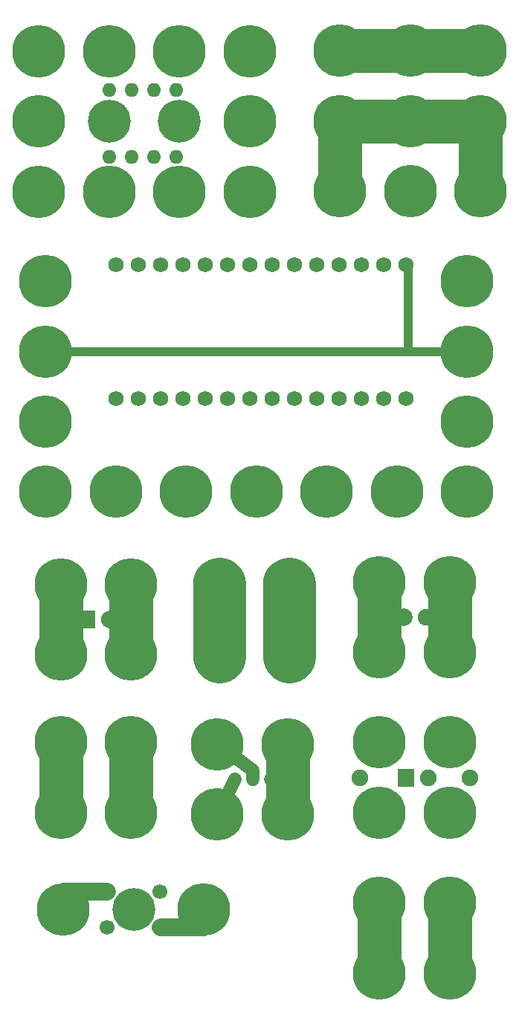
<source format=gbl>
%TF.GenerationSoftware,KiCad,Pcbnew,4.0.4+e1-6308~48~ubuntu14.04.1-stable*%
%TF.CreationDate,2016-11-21T12:12:41-08:00*%
%TF.ProjectId,Sample-Set,53616D706C652D5365742E6B69636164,rev?*%
%TF.FileFunction,Copper,L2,Bot,Signal*%
%FSLAX46Y46*%
G04 Gerber Fmt 4.6, Leading zero omitted, Abs format (unit mm)*
G04 Created by KiCad (PCBNEW 4.0.4+e1-6308~48~ubuntu14.04.1-stable) date Mon Nov 21 12:12:41 2016*
%MOMM*%
%LPD*%
G01*
G04 APERTURE LIST*
%ADD10C,0.350000*%
%ADD11C,5.000000*%
%ADD12C,2.000000*%
%ADD13C,1.000000*%
%ADD14C,6.000000*%
%ADD15C,1.500000*%
%ADD16C,2.000000*%
%ADD17C,1.900000*%
%ADD18C,6.000000*%
%ADD19R,1.900000X2.000000*%
%ADD20C,1.727200*%
%ADD21O,1.600000X1.600000*%
%ADD22C,4.880000*%
%ADD23C,1.250000*%
%ADD24C,1.700000*%
%ADD25C,0.350000*%
G04 APERTURE END LIST*
D10*
D11*
X68572000Y-146124000D02*
X68572000Y-154124000D01*
X76572000Y-146124000D02*
X76572000Y-154124000D01*
D12*
X71372000Y-132116000D02*
X70272000Y-132116000D01*
D11*
X68572000Y-128116000D02*
X68572000Y-136116000D01*
X76572000Y-128116000D02*
X76572000Y-136116000D01*
D12*
X75222000Y-132116000D02*
X74122000Y-132116000D01*
D11*
X104842000Y-127862000D02*
X104842000Y-135862000D01*
X112842000Y-127862000D02*
X112842000Y-135862000D01*
D13*
X108076000Y-91841000D02*
X108076000Y-101591000D01*
X67076000Y-101591000D02*
X114826000Y-101591000D01*
D14*
X86580000Y-136316000D02*
X86580000Y-128016000D01*
X94580000Y-136316000D02*
X94580000Y-128016000D01*
D11*
X94386000Y-154288000D02*
X94386000Y-146288000D01*
D15*
X90386000Y-150288000D02*
X90386000Y-149288000D01*
X90386000Y-149288000D02*
X86386000Y-146288000D01*
X88386000Y-150288000D02*
X86386000Y-154288000D01*
D12*
X73782600Y-163125800D02*
X68832600Y-163125800D01*
X84832600Y-167125800D02*
X79882600Y-167125800D01*
D11*
X100346000Y-75362000D02*
X116346000Y-75362000D01*
X100346000Y-83362000D02*
X100346000Y-75362000D01*
X116346000Y-83362000D02*
X116346000Y-75362000D01*
X116346000Y-67362000D02*
X100346000Y-67362000D01*
X104842000Y-172394000D02*
X104842000Y-164394000D01*
X112842000Y-172394000D02*
X112842000Y-164394000D01*
D16*
X70072000Y-150124000D03*
D17*
X75072000Y-150124000D03*
D18*
X76572000Y-154124000D03*
X68572000Y-154124000D03*
X68572000Y-146124000D03*
X76572000Y-146124000D03*
D19*
X71572000Y-132116000D03*
D17*
X74112000Y-132116000D03*
D18*
X76572000Y-136116000D03*
X68572000Y-136116000D03*
X68572000Y-128116000D03*
X76572000Y-128116000D03*
D16*
X107572000Y-131862000D03*
D17*
X110112000Y-131862000D03*
D18*
X112842000Y-135862000D03*
X104842000Y-135862000D03*
X104842000Y-127862000D03*
X112842000Y-127862000D03*
D20*
X107887000Y-91731000D03*
X105347000Y-91731000D03*
X102807000Y-91731000D03*
X100267000Y-91731000D03*
X97727000Y-91731000D03*
X95187000Y-91731000D03*
X92647000Y-91731000D03*
X90107000Y-91731000D03*
X87567000Y-91731000D03*
X85027000Y-91731000D03*
X82487000Y-91731000D03*
X79947000Y-91731000D03*
X77407000Y-91731000D03*
X74867000Y-91731000D03*
X74867000Y-106971000D03*
X82487000Y-106971000D03*
X102807000Y-106971000D03*
X87567000Y-106971000D03*
X85027000Y-106971000D03*
X105347000Y-106971000D03*
X97727000Y-106971000D03*
X107887000Y-106971000D03*
X95187000Y-106971000D03*
X92647000Y-106971000D03*
X90107000Y-106971000D03*
X100267000Y-106971000D03*
X77407000Y-106971000D03*
X79947000Y-106971000D03*
D18*
X74826000Y-117591000D03*
X82826000Y-117590000D03*
X98826000Y-117590000D03*
X66826000Y-117590000D03*
X106826000Y-117590000D03*
X90826000Y-117590000D03*
X66826000Y-109591000D03*
X66826000Y-101591000D03*
X66826000Y-93591000D03*
X114826000Y-117590000D03*
X114826000Y-109591000D03*
X114826000Y-101591000D03*
X114826000Y-93591000D03*
D21*
X74038000Y-79416000D03*
X76578000Y-79416000D03*
X79118000Y-79416000D03*
X81658000Y-79416000D03*
X81658000Y-71796000D03*
X79118000Y-71796000D03*
X76578000Y-71796000D03*
X74038000Y-71796000D03*
D18*
X90038000Y-83416000D03*
D22*
X74038000Y-75416000D03*
D18*
X74038000Y-83416000D03*
X82038000Y-83416000D03*
D22*
X82038000Y-75416000D03*
D18*
X90038000Y-75416000D03*
X66038000Y-83416000D03*
X74038000Y-67416000D03*
X90038000Y-67416000D03*
X82038000Y-67416000D03*
X66038000Y-67416000D03*
X66038000Y-75416000D03*
D16*
X88040000Y-132116000D03*
D17*
X93120000Y-132116000D03*
D18*
X94580000Y-136116000D03*
X86580000Y-136116000D03*
X86580000Y-128116000D03*
X94580000Y-128116000D03*
X86366000Y-146318000D03*
D23*
X90311000Y-150338000D03*
X88311000Y-150338000D03*
X92311000Y-150338000D03*
D18*
X94366000Y-146318000D03*
X86366000Y-154318000D03*
X94366000Y-154318000D03*
D24*
X79826000Y-167140000D03*
X73826000Y-167140000D03*
X79826000Y-163140000D03*
X73826000Y-163140000D03*
D22*
X76832600Y-165125800D03*
D18*
X68832600Y-165125800D03*
X84832600Y-165125800D03*
X108346000Y-75362000D03*
X108346000Y-83362000D03*
X108346000Y-67362000D03*
X100346000Y-83362000D03*
X100346000Y-75362000D03*
X100346000Y-67362000D03*
X116346000Y-83362000D03*
X116346000Y-75362000D03*
X116346000Y-67362000D03*
X112842000Y-164394000D03*
X104842000Y-164394000D03*
X104842000Y-172394000D03*
X112842000Y-172394000D03*
D19*
X107850000Y-150124000D03*
D17*
X110390000Y-150124000D03*
D18*
X112850000Y-154124000D03*
X104850000Y-154124000D03*
X104850000Y-146124000D03*
X112850000Y-146124000D03*
D17*
X115100000Y-150124000D03*
X102600000Y-150124000D03*
D25*
X70072000Y-150124000D03*
X75072000Y-150124000D03*
X76572000Y-154124000D03*
X68572000Y-154124000D03*
X68572000Y-146124000D03*
X76572000Y-146124000D03*
X71572000Y-132116000D03*
X74112000Y-132116000D03*
X76572000Y-136116000D03*
X68572000Y-136116000D03*
X68572000Y-128116000D03*
X76572000Y-128116000D03*
X107572000Y-131862000D03*
X110112000Y-131862000D03*
X112842000Y-135862000D03*
X104842000Y-135862000D03*
X104842000Y-127862000D03*
X112842000Y-127862000D03*
X107887000Y-91731000D03*
X105347000Y-91731000D03*
X102807000Y-91731000D03*
X100267000Y-91731000D03*
X97727000Y-91731000D03*
X95187000Y-91731000D03*
X92647000Y-91731000D03*
X90107000Y-91731000D03*
X87567000Y-91731000D03*
X85027000Y-91731000D03*
X82487000Y-91731000D03*
X79947000Y-91731000D03*
X77407000Y-91731000D03*
X74867000Y-91731000D03*
X74867000Y-106971000D03*
X82487000Y-106971000D03*
X102807000Y-106971000D03*
X87567000Y-106971000D03*
X85027000Y-106971000D03*
X105347000Y-106971000D03*
X97727000Y-106971000D03*
X107887000Y-106971000D03*
X95187000Y-106971000D03*
X92647000Y-106971000D03*
X90107000Y-106971000D03*
X100267000Y-106971000D03*
X77407000Y-106971000D03*
X79947000Y-106971000D03*
X74826000Y-117591000D03*
X82826000Y-117590000D03*
X98826000Y-117590000D03*
X66826000Y-117590000D03*
X106826000Y-117590000D03*
X90826000Y-117590000D03*
X66826000Y-109591000D03*
X66826000Y-101591000D03*
X66826000Y-93591000D03*
X114826000Y-117590000D03*
X114826000Y-109591000D03*
X114826000Y-101591000D03*
X114826000Y-93591000D03*
X74038000Y-79416000D03*
X76578000Y-79416000D03*
X79118000Y-79416000D03*
X81658000Y-79416000D03*
X81658000Y-71796000D03*
X79118000Y-71796000D03*
X76578000Y-71796000D03*
X74038000Y-71796000D03*
X90038000Y-83416000D03*
X74038000Y-75416000D03*
X74038000Y-83416000D03*
X82038000Y-83416000D03*
X82038000Y-75416000D03*
X90038000Y-75416000D03*
X66038000Y-83416000D03*
X74038000Y-67416000D03*
X90038000Y-67416000D03*
X82038000Y-67416000D03*
X66038000Y-67416000D03*
X66038000Y-75416000D03*
X88040000Y-132116000D03*
X93120000Y-132116000D03*
X94580000Y-136116000D03*
X86580000Y-136116000D03*
X86580000Y-128116000D03*
X94580000Y-128116000D03*
X86366000Y-146318000D03*
X90311000Y-150338000D03*
X88311000Y-150338000D03*
X92311000Y-150338000D03*
X94366000Y-146318000D03*
X86366000Y-154318000D03*
X94366000Y-154318000D03*
X79826000Y-167140000D03*
X73826000Y-167140000D03*
X79826000Y-163140000D03*
X73826000Y-163140000D03*
X76832600Y-165125800D03*
X68832600Y-165125800D03*
X84832600Y-165125800D03*
X108346000Y-75362000D03*
X108346000Y-83362000D03*
X108346000Y-67362000D03*
X100346000Y-83362000D03*
X100346000Y-75362000D03*
X100346000Y-67362000D03*
X116346000Y-83362000D03*
X116346000Y-75362000D03*
X116346000Y-67362000D03*
X112842000Y-164394000D03*
X104842000Y-164394000D03*
X104842000Y-172394000D03*
X112842000Y-172394000D03*
X107850000Y-150124000D03*
X110390000Y-150124000D03*
X112850000Y-154124000D03*
X104850000Y-154124000D03*
X104850000Y-146124000D03*
X112850000Y-146124000D03*
X115100000Y-150124000D03*
X102600000Y-150124000D03*
M02*

</source>
